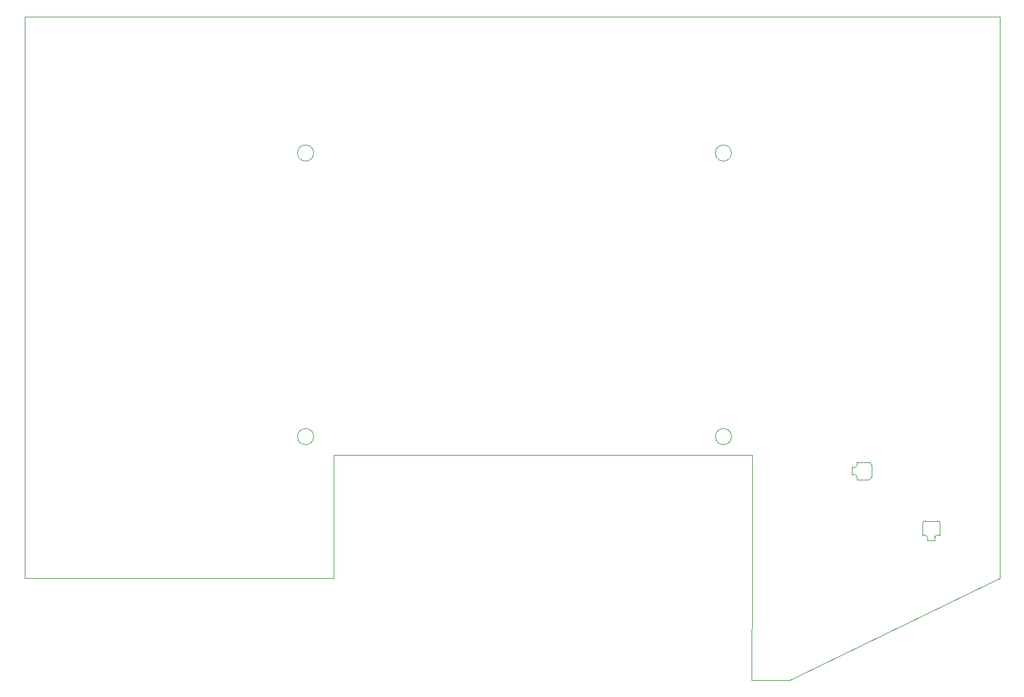
<source format=gbr>
%TF.GenerationSoftware,KiCad,Pcbnew,8.0.7*%
%TF.CreationDate,2025-01-09T22:17:52+09:00*%
%TF.ProjectId,cool937tb_R,636f6f6c-3933-4377-9462-5f522e6b6963,rev?*%
%TF.SameCoordinates,Original*%
%TF.FileFunction,Profile,NP*%
%FSLAX46Y46*%
G04 Gerber Fmt 4.6, Leading zero omitted, Abs format (unit mm)*
G04 Created by KiCad (PCBNEW 8.0.7) date 2025-01-09 22:17:52*
%MOMM*%
%LPD*%
G01*
G04 APERTURE LIST*
%TA.AperFunction,Profile*%
%ADD10C,0.050000*%
%TD*%
%TA.AperFunction,Profile*%
%ADD11C,0.100000*%
%TD*%
%TA.AperFunction,Profile*%
%ADD12C,0.120000*%
%TD*%
G04 APERTURE END LIST*
D10*
X-9540000Y9510000D02*
X123810000Y9510000D01*
X32720000Y-50410000D02*
X32730000Y-67250000D01*
D11*
X87130000Y-9140000D02*
G75*
G02*
X84930000Y-9140000I-1100000J0D01*
G01*
X84930000Y-9140000D02*
G75*
G02*
X87130000Y-9140000I1100000J0D01*
G01*
D10*
X32730000Y-67250000D02*
X-9540000Y-67280000D01*
X89920000Y-81250000D02*
X95070000Y-81250000D01*
X89930000Y-67230000D02*
X89920000Y-81250000D01*
X95070000Y-81250000D02*
X123810000Y-67280000D01*
D11*
X29990000Y-47930000D02*
G75*
G02*
X27790000Y-47930000I-1100000J0D01*
G01*
X27790000Y-47930000D02*
G75*
G02*
X29990000Y-47930000I1100000J0D01*
G01*
D10*
X-9540000Y-67280000D02*
X-9540000Y9510000D01*
X89930000Y-50420000D02*
X32720000Y-50410000D01*
D11*
X87140000Y-47930000D02*
G75*
G02*
X84940000Y-47930000I-1100000J0D01*
G01*
X84940000Y-47930000D02*
G75*
G02*
X87140000Y-47930000I1100000J0D01*
G01*
D10*
X123810000Y9510000D02*
X123810000Y-67280000D01*
D11*
X29990000Y-9140000D02*
G75*
G02*
X27790000Y-9140000I-1100000J0D01*
G01*
X27790000Y-9140000D02*
G75*
G02*
X29990000Y-9140000I1100000J0D01*
G01*
D10*
X89930000Y-67230000D02*
X89930000Y-50420000D01*
D12*
%TO.C,U1*%
X103608247Y-53161953D02*
X103608247Y-52120553D01*
X104294047Y-51434753D02*
X105894247Y-51434753D01*
X105894247Y-53847753D02*
X104294047Y-53847753D01*
X106275247Y-51815753D02*
X106275247Y-53466753D01*
X113250753Y-61441953D02*
X113250753Y-59841753D01*
X113631753Y-59460753D02*
X115282753Y-59460753D01*
X114977953Y-62127753D02*
X113936553Y-62127753D01*
X115663753Y-59841753D02*
X115663753Y-61441953D01*
X103608247Y-53161953D02*
G75*
G02*
X104294047Y-53847753I247753J-438047D01*
G01*
X104294047Y-51434753D02*
G75*
G02*
X103608251Y-52120546I-438047J-247747D01*
G01*
X105894247Y-51434753D02*
G75*
G02*
X106275247Y-51815753I3J-380997D01*
G01*
X106275247Y-53466753D02*
G75*
G02*
X105894247Y-53847747I-380987J-7D01*
G01*
X113250753Y-59841753D02*
G75*
G02*
X113631753Y-59460753I380996J4D01*
G01*
X113250753Y-61441953D02*
G75*
G02*
X113936553Y-62127753I247753J-438047D01*
G01*
X114977953Y-62127753D02*
G75*
G02*
X115663753Y-61441953I438047J247753D01*
G01*
X115282753Y-59460753D02*
G75*
G02*
X115663753Y-59841753I8J-380992D01*
G01*
%TD*%
M02*

</source>
